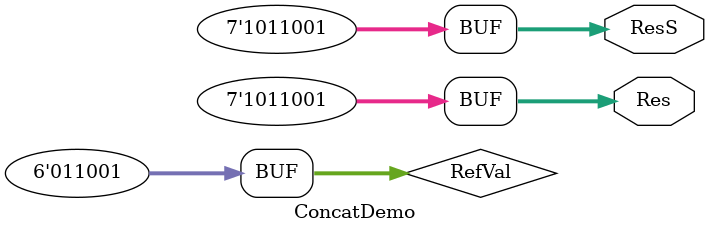
<source format=v>


`timescale 1ns/10ps

module ConcatDemo (
    Res,
    ResS
);
// `concat` demo 
// Input:
//     None
// Ouput:
//     Res(7BitVec): concat result
//     Res(7BitVec Signed): concat result that is signed

output [6:0] Res;
wire [6:0] Res;
output signed [6:0] ResS;
wire signed [6:0] ResS;

wire [5:0] RefVal;

assign RefVal = 6'd25;



assign Res = {1'b1, RefVal};
assign ResS = $signed({1'b1, RefVal});

endmodule

</source>
